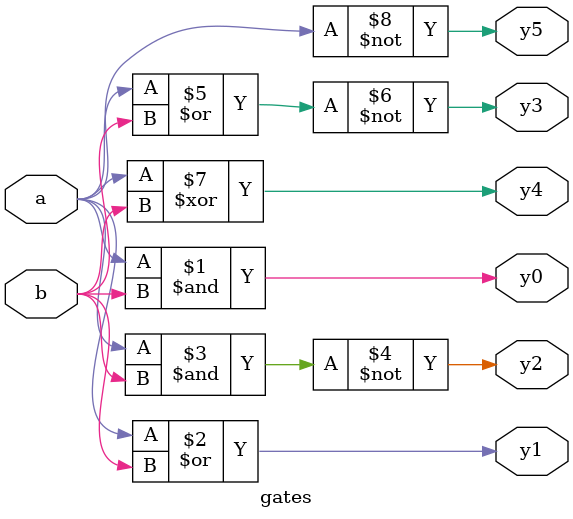
<source format=v>
`timescale 1ns / 1ps


module gates(
    input a,
    input b,
    output y0,
    output y1,
    output y2,
    output y3,
    output y4,
    output y5
);

    // gates
    assign y0 = a & b;
    assign y1 = a | b;
    assign y2 = ~ (a & b);
    assign y3 = ~ (a | b);
    assign y4 = a ^ b;  //exor
    assign y5 = ~ a;

endmodule

</source>
